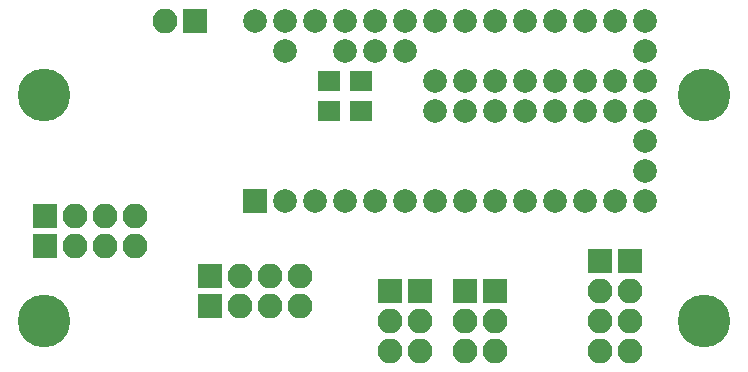
<source format=gts>
G04 #@! TF.FileFunction,Soldermask,Top*
%FSLAX46Y46*%
G04 Gerber Fmt 4.6, Leading zero omitted, Abs format (unit mm)*
G04 Created by KiCad (PCBNEW 4.0.6) date Wednesday, September 13, 2017 'PMt' 06:10:32 PM*
%MOMM*%
%LPD*%
G01*
G04 APERTURE LIST*
%ADD10C,0.100000*%
%ADD11C,4.464000*%
%ADD12R,2.100000X2.100000*%
%ADD13O,2.100000X2.100000*%
%ADD14R,1.900000X1.700000*%
%ADD15C,2.000000*%
%ADD16R,2.000000X2.000000*%
G04 APERTURE END LIST*
D10*
D11*
X53300000Y-53300000D03*
D12*
X53340000Y-63500000D03*
D13*
X55880000Y-63500000D03*
X58420000Y-63500000D03*
X60960000Y-63500000D03*
D12*
X53340000Y-66040000D03*
D13*
X55880000Y-66040000D03*
X58420000Y-66040000D03*
X60960000Y-66040000D03*
D12*
X67310000Y-68580000D03*
D13*
X69850000Y-68580000D03*
X72390000Y-68580000D03*
X74930000Y-68580000D03*
D12*
X67310000Y-71120000D03*
D13*
X69850000Y-71120000D03*
X72390000Y-71120000D03*
X74930000Y-71120000D03*
D12*
X102870000Y-67310000D03*
D13*
X102870000Y-69850000D03*
X102870000Y-72390000D03*
X102870000Y-74930000D03*
D12*
X100330000Y-67310000D03*
D13*
X100330000Y-69850000D03*
X100330000Y-72390000D03*
X100330000Y-74930000D03*
D12*
X66040000Y-46990000D03*
D13*
X63500000Y-46990000D03*
D12*
X88900000Y-69850000D03*
D13*
X88900000Y-72390000D03*
X88900000Y-74930000D03*
D12*
X91440000Y-69850000D03*
D13*
X91440000Y-72390000D03*
X91440000Y-74930000D03*
D14*
X77390000Y-52070000D03*
X80090000Y-52070000D03*
X77390000Y-54610000D03*
X80090000Y-54610000D03*
D15*
X104140000Y-54610000D03*
X104140000Y-52070000D03*
X104140000Y-49530000D03*
X104140000Y-46990000D03*
X104140000Y-57150000D03*
X104140000Y-59690000D03*
X104140000Y-62230000D03*
X101600000Y-46990000D03*
X99060000Y-46990000D03*
X96520000Y-46990000D03*
X93980000Y-46990000D03*
X91440000Y-46990000D03*
X88900000Y-46990000D03*
X86360000Y-46990000D03*
X83820000Y-46990000D03*
X81280000Y-46990000D03*
X78740000Y-46990000D03*
X76200000Y-46990000D03*
X73660000Y-46990000D03*
X71120000Y-46990000D03*
X73660000Y-49530000D03*
X78740000Y-49530000D03*
X81280000Y-49530000D03*
X83820000Y-49530000D03*
X101600000Y-62230000D03*
X99060000Y-62230000D03*
X96520000Y-62230000D03*
X93980000Y-62230000D03*
X91440000Y-62230000D03*
X88900000Y-62230000D03*
X86360000Y-62230000D03*
X83820000Y-62230000D03*
X81280000Y-62230000D03*
X78740000Y-62230000D03*
X76200000Y-62230000D03*
X73660000Y-62230000D03*
D16*
X71120000Y-62230000D03*
D15*
X86360000Y-54610000D03*
X88900000Y-54610000D03*
X91440000Y-54610000D03*
X93980000Y-54610000D03*
X96520000Y-54610000D03*
X99060000Y-54610000D03*
X101600000Y-54610000D03*
X101600000Y-52070000D03*
X99060000Y-52070000D03*
X96520000Y-52070000D03*
X93980000Y-52070000D03*
X91440000Y-52070000D03*
X88900000Y-52070000D03*
X86360000Y-52070000D03*
D11*
X109200000Y-53300000D03*
X53300000Y-72400000D03*
X109200000Y-72400000D03*
D12*
X82550000Y-69850000D03*
D13*
X82550000Y-72390000D03*
X82550000Y-74930000D03*
D12*
X85090000Y-69850000D03*
D13*
X85090000Y-72390000D03*
X85090000Y-74930000D03*
M02*

</source>
